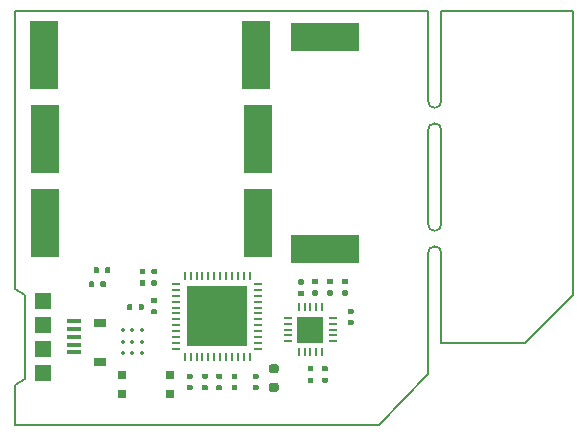
<source format=gbr>
%TF.GenerationSoftware,KiCad,Pcbnew,(6.0.0-rc1-dev-1614-ge850a482d)*%
%TF.CreationDate,2019-02-12T09:03:14-08:00*%
%TF.ProjectId,spriteSAMD,73707269-7465-4534-914d-442e6b696361,rev?*%
%TF.SameCoordinates,Original*%
%TF.FileFunction,Paste,Top*%
%TF.FilePolarity,Positive*%
%FSLAX46Y46*%
G04 Gerber Fmt 4.6, Leading zero omitted, Abs format (unit mm)*
G04 Created by KiCad (PCBNEW (6.0.0-rc1-dev-1614-ge850a482d)) date 2019-02-12 09:03:14*
%MOMM*%
%LPD*%
G04 APERTURE LIST*
%ADD10C,0.150000*%
%ADD11R,2.260600X2.260600*%
%ADD12R,0.152400X0.800100*%
%ADD13R,0.800100X0.152400*%
%ADD14R,1.397600X1.347600*%
%ADD15R,1.197600X0.297600*%
%ADD16C,0.100000*%
%ADD17C,0.437600*%
%ADD18R,1.047600X0.747600*%
%ADD19C,0.722600*%
%ADD20R,2.347600X5.847600*%
%ADD21C,0.339999*%
%ADD22R,5.847600X2.347600*%
%ADD23R,5.097600X5.097600*%
%ADD24R,0.147600X0.697600*%
%ADD25R,0.697600X0.147600*%
%ADD26R,0.747600X0.747600*%
G04 APERTURE END LIST*
D10*
X116701044Y-84099400D02*
G75*
G02X117842556Y-84099400I570756J0D01*
G01*
X117842556Y-81635600D02*
G75*
G02X116701044Y-81635600I-570756J0D01*
G01*
X116701044Y-94513400D02*
G75*
G02X117842556Y-94513400I570756J0D01*
G01*
X117842556Y-92049600D02*
G75*
G02X116701044Y-92049600I-570756J0D01*
G01*
X116700300Y-104775000D02*
X112522000Y-109041600D01*
X117843300Y-84099400D02*
X117843300Y-92049600D01*
X117843300Y-74041000D02*
X117843300Y-81610200D01*
X117843300Y-94513400D02*
X117843300Y-102108000D01*
X116700300Y-104775000D02*
X116700300Y-94538800D01*
X116700300Y-92024200D02*
X116700300Y-84124800D01*
X116700300Y-81635600D02*
X116700300Y-74041000D01*
X124891800Y-102108000D02*
X117856000Y-102108000D01*
X128955800Y-98044000D02*
X124891800Y-102108000D01*
X128955800Y-74041600D02*
X128955800Y-98044000D01*
X117843300Y-74041000D02*
X128955800Y-74041000D01*
X82550000Y-98044000D02*
X81725100Y-97536000D01*
X82550000Y-105156000D02*
X81725100Y-105664000D01*
X81725100Y-105664000D02*
X81725100Y-109041600D01*
X82550000Y-98044000D02*
X82550000Y-105156000D01*
X81725100Y-109041600D02*
X112522000Y-109041600D01*
X116700300Y-74041600D02*
X81725100Y-74041600D01*
X81725100Y-74041600D02*
X81725100Y-97536000D01*
D11*
X106750000Y-100980000D03*
D12*
X105749999Y-99081350D03*
X106250001Y-99081350D03*
X106750000Y-99081350D03*
X107249999Y-99081350D03*
X107750001Y-99081350D03*
D13*
X108648650Y-99979999D03*
X108648650Y-100480001D03*
X108648650Y-100980000D03*
X108648650Y-101479999D03*
X108648650Y-101980001D03*
D12*
X107750001Y-102878650D03*
X107249999Y-102878650D03*
X106750000Y-102878650D03*
X106250001Y-102878650D03*
X105749999Y-102878650D03*
D13*
X104851350Y-101980001D03*
X104851350Y-101479999D03*
X104851350Y-100980000D03*
X104851350Y-100480001D03*
X104851350Y-99979999D03*
D14*
X84074000Y-104650000D03*
X84074000Y-98550000D03*
X84074000Y-102600000D03*
X84074000Y-100600000D03*
D15*
X86749000Y-102900000D03*
X86749000Y-102250000D03*
X86749000Y-101600000D03*
X86749000Y-100950000D03*
X86749000Y-100300000D03*
D16*
G36*
X96665123Y-104706727D02*
G01*
X96675743Y-104708302D01*
X96686157Y-104710911D01*
X96696266Y-104714528D01*
X96705971Y-104719118D01*
X96715179Y-104724637D01*
X96723803Y-104731033D01*
X96731757Y-104738243D01*
X96738967Y-104746197D01*
X96745363Y-104754821D01*
X96750882Y-104764029D01*
X96755472Y-104773734D01*
X96759089Y-104783843D01*
X96761698Y-104794257D01*
X96763273Y-104804877D01*
X96763800Y-104815600D01*
X96763800Y-105034400D01*
X96763273Y-105045123D01*
X96761698Y-105055743D01*
X96759089Y-105066157D01*
X96755472Y-105076266D01*
X96750882Y-105085971D01*
X96745363Y-105095179D01*
X96738967Y-105103803D01*
X96731757Y-105111757D01*
X96723803Y-105118967D01*
X96715179Y-105125363D01*
X96705971Y-105130882D01*
X96696266Y-105135472D01*
X96686157Y-105139089D01*
X96675743Y-105141698D01*
X96665123Y-105143273D01*
X96654400Y-105143800D01*
X96385600Y-105143800D01*
X96374877Y-105143273D01*
X96364257Y-105141698D01*
X96353843Y-105139089D01*
X96343734Y-105135472D01*
X96334029Y-105130882D01*
X96324821Y-105125363D01*
X96316197Y-105118967D01*
X96308243Y-105111757D01*
X96301033Y-105103803D01*
X96294637Y-105095179D01*
X96289118Y-105085971D01*
X96284528Y-105076266D01*
X96280911Y-105066157D01*
X96278302Y-105055743D01*
X96276727Y-105045123D01*
X96276200Y-105034400D01*
X96276200Y-104815600D01*
X96276727Y-104804877D01*
X96278302Y-104794257D01*
X96280911Y-104783843D01*
X96284528Y-104773734D01*
X96289118Y-104764029D01*
X96294637Y-104754821D01*
X96301033Y-104746197D01*
X96308243Y-104738243D01*
X96316197Y-104731033D01*
X96324821Y-104724637D01*
X96334029Y-104719118D01*
X96343734Y-104714528D01*
X96353843Y-104710911D01*
X96364257Y-104708302D01*
X96374877Y-104706727D01*
X96385600Y-104706200D01*
X96654400Y-104706200D01*
X96665123Y-104706727D01*
X96665123Y-104706727D01*
G37*
D17*
X96520000Y-104925000D03*
D16*
G36*
X96665123Y-105676727D02*
G01*
X96675743Y-105678302D01*
X96686157Y-105680911D01*
X96696266Y-105684528D01*
X96705971Y-105689118D01*
X96715179Y-105694637D01*
X96723803Y-105701033D01*
X96731757Y-105708243D01*
X96738967Y-105716197D01*
X96745363Y-105724821D01*
X96750882Y-105734029D01*
X96755472Y-105743734D01*
X96759089Y-105753843D01*
X96761698Y-105764257D01*
X96763273Y-105774877D01*
X96763800Y-105785600D01*
X96763800Y-106004400D01*
X96763273Y-106015123D01*
X96761698Y-106025743D01*
X96759089Y-106036157D01*
X96755472Y-106046266D01*
X96750882Y-106055971D01*
X96745363Y-106065179D01*
X96738967Y-106073803D01*
X96731757Y-106081757D01*
X96723803Y-106088967D01*
X96715179Y-106095363D01*
X96705971Y-106100882D01*
X96696266Y-106105472D01*
X96686157Y-106109089D01*
X96675743Y-106111698D01*
X96665123Y-106113273D01*
X96654400Y-106113800D01*
X96385600Y-106113800D01*
X96374877Y-106113273D01*
X96364257Y-106111698D01*
X96353843Y-106109089D01*
X96343734Y-106105472D01*
X96334029Y-106100882D01*
X96324821Y-106095363D01*
X96316197Y-106088967D01*
X96308243Y-106081757D01*
X96301033Y-106073803D01*
X96294637Y-106065179D01*
X96289118Y-106055971D01*
X96284528Y-106046266D01*
X96280911Y-106036157D01*
X96278302Y-106025743D01*
X96276727Y-106015123D01*
X96276200Y-106004400D01*
X96276200Y-105785600D01*
X96276727Y-105774877D01*
X96278302Y-105764257D01*
X96280911Y-105753843D01*
X96284528Y-105743734D01*
X96289118Y-105734029D01*
X96294637Y-105724821D01*
X96301033Y-105716197D01*
X96308243Y-105708243D01*
X96316197Y-105701033D01*
X96324821Y-105694637D01*
X96334029Y-105689118D01*
X96343734Y-105684528D01*
X96353843Y-105680911D01*
X96364257Y-105678302D01*
X96374877Y-105676727D01*
X96385600Y-105676200D01*
X96654400Y-105676200D01*
X96665123Y-105676727D01*
X96665123Y-105676727D01*
G37*
D17*
X96520000Y-105895000D03*
D18*
X88900000Y-100458000D03*
X88900000Y-103758000D03*
D16*
G36*
X103885637Y-103939490D02*
G01*
X103903173Y-103942091D01*
X103920370Y-103946399D01*
X103937062Y-103952371D01*
X103953088Y-103959951D01*
X103968294Y-103969065D01*
X103982533Y-103979626D01*
X103995669Y-103991531D01*
X104007574Y-104004667D01*
X104018135Y-104018906D01*
X104027249Y-104034112D01*
X104034829Y-104050138D01*
X104040801Y-104066830D01*
X104045109Y-104084027D01*
X104047710Y-104101563D01*
X104048580Y-104119270D01*
X104048580Y-104480570D01*
X104047710Y-104498277D01*
X104045109Y-104515813D01*
X104040801Y-104533010D01*
X104034829Y-104549702D01*
X104027249Y-104565728D01*
X104018135Y-104580934D01*
X104007574Y-104595173D01*
X103995669Y-104608309D01*
X103982533Y-104620214D01*
X103968294Y-104630775D01*
X103953088Y-104639889D01*
X103937062Y-104647469D01*
X103920370Y-104653441D01*
X103903173Y-104657749D01*
X103885637Y-104660350D01*
X103867930Y-104661220D01*
X103431630Y-104661220D01*
X103413923Y-104660350D01*
X103396387Y-104657749D01*
X103379190Y-104653441D01*
X103362498Y-104647469D01*
X103346472Y-104639889D01*
X103331266Y-104630775D01*
X103317027Y-104620214D01*
X103303891Y-104608309D01*
X103291986Y-104595173D01*
X103281425Y-104580934D01*
X103272311Y-104565728D01*
X103264731Y-104549702D01*
X103258759Y-104533010D01*
X103254451Y-104515813D01*
X103251850Y-104498277D01*
X103250980Y-104480570D01*
X103250980Y-104119270D01*
X103251850Y-104101563D01*
X103254451Y-104084027D01*
X103258759Y-104066830D01*
X103264731Y-104050138D01*
X103272311Y-104034112D01*
X103281425Y-104018906D01*
X103291986Y-104004667D01*
X103303891Y-103991531D01*
X103317027Y-103979626D01*
X103331266Y-103969065D01*
X103346472Y-103959951D01*
X103362498Y-103952371D01*
X103379190Y-103946399D01*
X103396387Y-103942091D01*
X103413923Y-103939490D01*
X103431630Y-103938620D01*
X103867930Y-103938620D01*
X103885637Y-103939490D01*
X103885637Y-103939490D01*
G37*
D19*
X103649780Y-104299920D03*
D16*
G36*
X103885637Y-105514490D02*
G01*
X103903173Y-105517091D01*
X103920370Y-105521399D01*
X103937062Y-105527371D01*
X103953088Y-105534951D01*
X103968294Y-105544065D01*
X103982533Y-105554626D01*
X103995669Y-105566531D01*
X104007574Y-105579667D01*
X104018135Y-105593906D01*
X104027249Y-105609112D01*
X104034829Y-105625138D01*
X104040801Y-105641830D01*
X104045109Y-105659027D01*
X104047710Y-105676563D01*
X104048580Y-105694270D01*
X104048580Y-106055570D01*
X104047710Y-106073277D01*
X104045109Y-106090813D01*
X104040801Y-106108010D01*
X104034829Y-106124702D01*
X104027249Y-106140728D01*
X104018135Y-106155934D01*
X104007574Y-106170173D01*
X103995669Y-106183309D01*
X103982533Y-106195214D01*
X103968294Y-106205775D01*
X103953088Y-106214889D01*
X103937062Y-106222469D01*
X103920370Y-106228441D01*
X103903173Y-106232749D01*
X103885637Y-106235350D01*
X103867930Y-106236220D01*
X103431630Y-106236220D01*
X103413923Y-106235350D01*
X103396387Y-106232749D01*
X103379190Y-106228441D01*
X103362498Y-106222469D01*
X103346472Y-106214889D01*
X103331266Y-106205775D01*
X103317027Y-106195214D01*
X103303891Y-106183309D01*
X103291986Y-106170173D01*
X103281425Y-106155934D01*
X103272311Y-106140728D01*
X103264731Y-106124702D01*
X103258759Y-106108010D01*
X103254451Y-106090813D01*
X103251850Y-106073277D01*
X103250980Y-106055570D01*
X103250980Y-105694270D01*
X103251850Y-105676563D01*
X103254451Y-105659027D01*
X103258759Y-105641830D01*
X103264731Y-105625138D01*
X103272311Y-105609112D01*
X103281425Y-105593906D01*
X103291986Y-105579667D01*
X103303891Y-105566531D01*
X103317027Y-105554626D01*
X103331266Y-105544065D01*
X103346472Y-105534951D01*
X103362498Y-105527371D01*
X103379190Y-105521399D01*
X103396387Y-105517091D01*
X103413923Y-105514490D01*
X103431630Y-105513620D01*
X103867930Y-105513620D01*
X103885637Y-105514490D01*
X103885637Y-105514490D01*
G37*
D19*
X103649780Y-105874920D03*
D20*
X84268000Y-91948000D03*
X102268000Y-91948000D03*
D21*
X92453361Y-100998782D03*
X92453361Y-101998780D03*
X92453361Y-102998781D03*
X91653363Y-100998782D03*
X91653360Y-101998780D03*
X91653363Y-102998781D03*
X90853362Y-100998782D03*
X90853362Y-101998780D03*
X90853362Y-102998781D03*
D22*
X107942380Y-94205100D03*
X107942380Y-76205100D03*
D20*
X102168000Y-77724000D03*
X84168000Y-77724000D03*
X84268000Y-84836000D03*
X102268000Y-84836000D03*
D23*
X98856800Y-99872800D03*
D24*
X101606800Y-103322800D03*
X101106800Y-103322800D03*
X100606800Y-103322800D03*
X100106800Y-103322800D03*
X99606800Y-103322800D03*
X99106800Y-103322800D03*
X98606800Y-103322800D03*
X98106800Y-103322800D03*
X97606800Y-103322800D03*
X97106800Y-103322800D03*
X96606800Y-103322800D03*
X96106800Y-103322800D03*
D25*
X95406800Y-102622800D03*
X95406800Y-102122800D03*
X95406800Y-101622800D03*
X95406800Y-101122800D03*
X95406800Y-100622800D03*
X95406800Y-100122800D03*
X95406800Y-99622800D03*
X95406800Y-99122800D03*
X95406800Y-98622800D03*
X95406800Y-98122800D03*
X95406800Y-97622800D03*
X95406800Y-97122800D03*
D24*
X96106800Y-96422800D03*
X96606800Y-96422800D03*
X97106800Y-96422800D03*
X97606800Y-96422800D03*
X98106800Y-96422800D03*
X98606800Y-96422800D03*
X99106800Y-96422800D03*
X99606800Y-96422800D03*
X100106800Y-96422800D03*
X100606800Y-96422800D03*
X101106800Y-96422800D03*
X101606800Y-96422800D03*
D25*
X102306800Y-97122800D03*
X102306800Y-97622800D03*
X102306800Y-98122800D03*
X102306800Y-98622800D03*
X102306800Y-99122800D03*
X102306800Y-99622800D03*
X102306800Y-100122800D03*
X102306800Y-100622800D03*
X102306800Y-101122800D03*
X102306800Y-101622800D03*
X102306800Y-102122800D03*
X102306800Y-102622800D03*
D16*
G36*
X97955443Y-104706727D02*
G01*
X97966063Y-104708302D01*
X97976477Y-104710911D01*
X97986586Y-104714528D01*
X97996291Y-104719118D01*
X98005499Y-104724637D01*
X98014123Y-104731033D01*
X98022077Y-104738243D01*
X98029287Y-104746197D01*
X98035683Y-104754821D01*
X98041202Y-104764029D01*
X98045792Y-104773734D01*
X98049409Y-104783843D01*
X98052018Y-104794257D01*
X98053593Y-104804877D01*
X98054120Y-104815600D01*
X98054120Y-105034400D01*
X98053593Y-105045123D01*
X98052018Y-105055743D01*
X98049409Y-105066157D01*
X98045792Y-105076266D01*
X98041202Y-105085971D01*
X98035683Y-105095179D01*
X98029287Y-105103803D01*
X98022077Y-105111757D01*
X98014123Y-105118967D01*
X98005499Y-105125363D01*
X97996291Y-105130882D01*
X97986586Y-105135472D01*
X97976477Y-105139089D01*
X97966063Y-105141698D01*
X97955443Y-105143273D01*
X97944720Y-105143800D01*
X97675920Y-105143800D01*
X97665197Y-105143273D01*
X97654577Y-105141698D01*
X97644163Y-105139089D01*
X97634054Y-105135472D01*
X97624349Y-105130882D01*
X97615141Y-105125363D01*
X97606517Y-105118967D01*
X97598563Y-105111757D01*
X97591353Y-105103803D01*
X97584957Y-105095179D01*
X97579438Y-105085971D01*
X97574848Y-105076266D01*
X97571231Y-105066157D01*
X97568622Y-105055743D01*
X97567047Y-105045123D01*
X97566520Y-105034400D01*
X97566520Y-104815600D01*
X97567047Y-104804877D01*
X97568622Y-104794257D01*
X97571231Y-104783843D01*
X97574848Y-104773734D01*
X97579438Y-104764029D01*
X97584957Y-104754821D01*
X97591353Y-104746197D01*
X97598563Y-104738243D01*
X97606517Y-104731033D01*
X97615141Y-104724637D01*
X97624349Y-104719118D01*
X97634054Y-104714528D01*
X97644163Y-104710911D01*
X97654577Y-104708302D01*
X97665197Y-104706727D01*
X97675920Y-104706200D01*
X97944720Y-104706200D01*
X97955443Y-104706727D01*
X97955443Y-104706727D01*
G37*
D17*
X97810320Y-104925000D03*
D16*
G36*
X97955443Y-105676727D02*
G01*
X97966063Y-105678302D01*
X97976477Y-105680911D01*
X97986586Y-105684528D01*
X97996291Y-105689118D01*
X98005499Y-105694637D01*
X98014123Y-105701033D01*
X98022077Y-105708243D01*
X98029287Y-105716197D01*
X98035683Y-105724821D01*
X98041202Y-105734029D01*
X98045792Y-105743734D01*
X98049409Y-105753843D01*
X98052018Y-105764257D01*
X98053593Y-105774877D01*
X98054120Y-105785600D01*
X98054120Y-106004400D01*
X98053593Y-106015123D01*
X98052018Y-106025743D01*
X98049409Y-106036157D01*
X98045792Y-106046266D01*
X98041202Y-106055971D01*
X98035683Y-106065179D01*
X98029287Y-106073803D01*
X98022077Y-106081757D01*
X98014123Y-106088967D01*
X98005499Y-106095363D01*
X97996291Y-106100882D01*
X97986586Y-106105472D01*
X97976477Y-106109089D01*
X97966063Y-106111698D01*
X97955443Y-106113273D01*
X97944720Y-106113800D01*
X97675920Y-106113800D01*
X97665197Y-106113273D01*
X97654577Y-106111698D01*
X97644163Y-106109089D01*
X97634054Y-106105472D01*
X97624349Y-106100882D01*
X97615141Y-106095363D01*
X97606517Y-106088967D01*
X97598563Y-106081757D01*
X97591353Y-106073803D01*
X97584957Y-106065179D01*
X97579438Y-106055971D01*
X97574848Y-106046266D01*
X97571231Y-106036157D01*
X97568622Y-106025743D01*
X97567047Y-106015123D01*
X97566520Y-106004400D01*
X97566520Y-105785600D01*
X97567047Y-105774877D01*
X97568622Y-105764257D01*
X97571231Y-105753843D01*
X97574848Y-105743734D01*
X97579438Y-105734029D01*
X97584957Y-105724821D01*
X97591353Y-105716197D01*
X97598563Y-105708243D01*
X97606517Y-105701033D01*
X97615141Y-105694637D01*
X97624349Y-105689118D01*
X97634054Y-105684528D01*
X97644163Y-105680911D01*
X97654577Y-105678302D01*
X97665197Y-105676727D01*
X97675920Y-105676200D01*
X97944720Y-105676200D01*
X97955443Y-105676727D01*
X97955443Y-105676727D01*
G37*
D17*
X97810320Y-105895000D03*
D16*
G36*
X99154323Y-104719427D02*
G01*
X99164943Y-104721002D01*
X99175357Y-104723611D01*
X99185466Y-104727228D01*
X99195171Y-104731818D01*
X99204379Y-104737337D01*
X99213003Y-104743733D01*
X99220957Y-104750943D01*
X99228167Y-104758897D01*
X99234563Y-104767521D01*
X99240082Y-104776729D01*
X99244672Y-104786434D01*
X99248289Y-104796543D01*
X99250898Y-104806957D01*
X99252473Y-104817577D01*
X99253000Y-104828300D01*
X99253000Y-105047100D01*
X99252473Y-105057823D01*
X99250898Y-105068443D01*
X99248289Y-105078857D01*
X99244672Y-105088966D01*
X99240082Y-105098671D01*
X99234563Y-105107879D01*
X99228167Y-105116503D01*
X99220957Y-105124457D01*
X99213003Y-105131667D01*
X99204379Y-105138063D01*
X99195171Y-105143582D01*
X99185466Y-105148172D01*
X99175357Y-105151789D01*
X99164943Y-105154398D01*
X99154323Y-105155973D01*
X99143600Y-105156500D01*
X98874800Y-105156500D01*
X98864077Y-105155973D01*
X98853457Y-105154398D01*
X98843043Y-105151789D01*
X98832934Y-105148172D01*
X98823229Y-105143582D01*
X98814021Y-105138063D01*
X98805397Y-105131667D01*
X98797443Y-105124457D01*
X98790233Y-105116503D01*
X98783837Y-105107879D01*
X98778318Y-105098671D01*
X98773728Y-105088966D01*
X98770111Y-105078857D01*
X98767502Y-105068443D01*
X98765927Y-105057823D01*
X98765400Y-105047100D01*
X98765400Y-104828300D01*
X98765927Y-104817577D01*
X98767502Y-104806957D01*
X98770111Y-104796543D01*
X98773728Y-104786434D01*
X98778318Y-104776729D01*
X98783837Y-104767521D01*
X98790233Y-104758897D01*
X98797443Y-104750943D01*
X98805397Y-104743733D01*
X98814021Y-104737337D01*
X98823229Y-104731818D01*
X98832934Y-104727228D01*
X98843043Y-104723611D01*
X98853457Y-104721002D01*
X98864077Y-104719427D01*
X98874800Y-104718900D01*
X99143600Y-104718900D01*
X99154323Y-104719427D01*
X99154323Y-104719427D01*
G37*
D17*
X99009200Y-104937700D03*
D16*
G36*
X99154323Y-105689427D02*
G01*
X99164943Y-105691002D01*
X99175357Y-105693611D01*
X99185466Y-105697228D01*
X99195171Y-105701818D01*
X99204379Y-105707337D01*
X99213003Y-105713733D01*
X99220957Y-105720943D01*
X99228167Y-105728897D01*
X99234563Y-105737521D01*
X99240082Y-105746729D01*
X99244672Y-105756434D01*
X99248289Y-105766543D01*
X99250898Y-105776957D01*
X99252473Y-105787577D01*
X99253000Y-105798300D01*
X99253000Y-106017100D01*
X99252473Y-106027823D01*
X99250898Y-106038443D01*
X99248289Y-106048857D01*
X99244672Y-106058966D01*
X99240082Y-106068671D01*
X99234563Y-106077879D01*
X99228167Y-106086503D01*
X99220957Y-106094457D01*
X99213003Y-106101667D01*
X99204379Y-106108063D01*
X99195171Y-106113582D01*
X99185466Y-106118172D01*
X99175357Y-106121789D01*
X99164943Y-106124398D01*
X99154323Y-106125973D01*
X99143600Y-106126500D01*
X98874800Y-106126500D01*
X98864077Y-106125973D01*
X98853457Y-106124398D01*
X98843043Y-106121789D01*
X98832934Y-106118172D01*
X98823229Y-106113582D01*
X98814021Y-106108063D01*
X98805397Y-106101667D01*
X98797443Y-106094457D01*
X98790233Y-106086503D01*
X98783837Y-106077879D01*
X98778318Y-106068671D01*
X98773728Y-106058966D01*
X98770111Y-106048857D01*
X98767502Y-106038443D01*
X98765927Y-106027823D01*
X98765400Y-106017100D01*
X98765400Y-105798300D01*
X98765927Y-105787577D01*
X98767502Y-105776957D01*
X98770111Y-105766543D01*
X98773728Y-105756434D01*
X98778318Y-105746729D01*
X98783837Y-105737521D01*
X98790233Y-105728897D01*
X98797443Y-105720943D01*
X98805397Y-105713733D01*
X98814021Y-105707337D01*
X98823229Y-105701818D01*
X98832934Y-105697228D01*
X98843043Y-105693611D01*
X98853457Y-105691002D01*
X98864077Y-105689427D01*
X98874800Y-105688900D01*
X99143600Y-105688900D01*
X99154323Y-105689427D01*
X99154323Y-105689427D01*
G37*
D17*
X99009200Y-105907700D03*
D16*
G36*
X100464963Y-104706727D02*
G01*
X100475583Y-104708302D01*
X100485997Y-104710911D01*
X100496106Y-104714528D01*
X100505811Y-104719118D01*
X100515019Y-104724637D01*
X100523643Y-104731033D01*
X100531597Y-104738243D01*
X100538807Y-104746197D01*
X100545203Y-104754821D01*
X100550722Y-104764029D01*
X100555312Y-104773734D01*
X100558929Y-104783843D01*
X100561538Y-104794257D01*
X100563113Y-104804877D01*
X100563640Y-104815600D01*
X100563640Y-105034400D01*
X100563113Y-105045123D01*
X100561538Y-105055743D01*
X100558929Y-105066157D01*
X100555312Y-105076266D01*
X100550722Y-105085971D01*
X100545203Y-105095179D01*
X100538807Y-105103803D01*
X100531597Y-105111757D01*
X100523643Y-105118967D01*
X100515019Y-105125363D01*
X100505811Y-105130882D01*
X100496106Y-105135472D01*
X100485997Y-105139089D01*
X100475583Y-105141698D01*
X100464963Y-105143273D01*
X100454240Y-105143800D01*
X100185440Y-105143800D01*
X100174717Y-105143273D01*
X100164097Y-105141698D01*
X100153683Y-105139089D01*
X100143574Y-105135472D01*
X100133869Y-105130882D01*
X100124661Y-105125363D01*
X100116037Y-105118967D01*
X100108083Y-105111757D01*
X100100873Y-105103803D01*
X100094477Y-105095179D01*
X100088958Y-105085971D01*
X100084368Y-105076266D01*
X100080751Y-105066157D01*
X100078142Y-105055743D01*
X100076567Y-105045123D01*
X100076040Y-105034400D01*
X100076040Y-104815600D01*
X100076567Y-104804877D01*
X100078142Y-104794257D01*
X100080751Y-104783843D01*
X100084368Y-104773734D01*
X100088958Y-104764029D01*
X100094477Y-104754821D01*
X100100873Y-104746197D01*
X100108083Y-104738243D01*
X100116037Y-104731033D01*
X100124661Y-104724637D01*
X100133869Y-104719118D01*
X100143574Y-104714528D01*
X100153683Y-104710911D01*
X100164097Y-104708302D01*
X100174717Y-104706727D01*
X100185440Y-104706200D01*
X100454240Y-104706200D01*
X100464963Y-104706727D01*
X100464963Y-104706727D01*
G37*
D17*
X100319840Y-104925000D03*
D16*
G36*
X100464963Y-105676727D02*
G01*
X100475583Y-105678302D01*
X100485997Y-105680911D01*
X100496106Y-105684528D01*
X100505811Y-105689118D01*
X100515019Y-105694637D01*
X100523643Y-105701033D01*
X100531597Y-105708243D01*
X100538807Y-105716197D01*
X100545203Y-105724821D01*
X100550722Y-105734029D01*
X100555312Y-105743734D01*
X100558929Y-105753843D01*
X100561538Y-105764257D01*
X100563113Y-105774877D01*
X100563640Y-105785600D01*
X100563640Y-106004400D01*
X100563113Y-106015123D01*
X100561538Y-106025743D01*
X100558929Y-106036157D01*
X100555312Y-106046266D01*
X100550722Y-106055971D01*
X100545203Y-106065179D01*
X100538807Y-106073803D01*
X100531597Y-106081757D01*
X100523643Y-106088967D01*
X100515019Y-106095363D01*
X100505811Y-106100882D01*
X100496106Y-106105472D01*
X100485997Y-106109089D01*
X100475583Y-106111698D01*
X100464963Y-106113273D01*
X100454240Y-106113800D01*
X100185440Y-106113800D01*
X100174717Y-106113273D01*
X100164097Y-106111698D01*
X100153683Y-106109089D01*
X100143574Y-106105472D01*
X100133869Y-106100882D01*
X100124661Y-106095363D01*
X100116037Y-106088967D01*
X100108083Y-106081757D01*
X100100873Y-106073803D01*
X100094477Y-106065179D01*
X100088958Y-106055971D01*
X100084368Y-106046266D01*
X100080751Y-106036157D01*
X100078142Y-106025743D01*
X100076567Y-106015123D01*
X100076040Y-106004400D01*
X100076040Y-105785600D01*
X100076567Y-105774877D01*
X100078142Y-105764257D01*
X100080751Y-105753843D01*
X100084368Y-105743734D01*
X100088958Y-105734029D01*
X100094477Y-105724821D01*
X100100873Y-105716197D01*
X100108083Y-105708243D01*
X100116037Y-105701033D01*
X100124661Y-105694637D01*
X100133869Y-105689118D01*
X100143574Y-105684528D01*
X100153683Y-105680911D01*
X100164097Y-105678302D01*
X100174717Y-105676727D01*
X100185440Y-105676200D01*
X100454240Y-105676200D01*
X100464963Y-105676727D01*
X100464963Y-105676727D01*
G37*
D17*
X100319840Y-105895000D03*
D16*
G36*
X88337003Y-96909187D02*
G01*
X88347623Y-96910762D01*
X88358037Y-96913371D01*
X88368146Y-96916988D01*
X88377851Y-96921578D01*
X88387059Y-96927097D01*
X88395683Y-96933493D01*
X88403637Y-96940703D01*
X88410847Y-96948657D01*
X88417243Y-96957281D01*
X88422762Y-96966489D01*
X88427352Y-96976194D01*
X88430969Y-96986303D01*
X88433578Y-96996717D01*
X88435153Y-97007337D01*
X88435680Y-97018060D01*
X88435680Y-97286860D01*
X88435153Y-97297583D01*
X88433578Y-97308203D01*
X88430969Y-97318617D01*
X88427352Y-97328726D01*
X88422762Y-97338431D01*
X88417243Y-97347639D01*
X88410847Y-97356263D01*
X88403637Y-97364217D01*
X88395683Y-97371427D01*
X88387059Y-97377823D01*
X88377851Y-97383342D01*
X88368146Y-97387932D01*
X88358037Y-97391549D01*
X88347623Y-97394158D01*
X88337003Y-97395733D01*
X88326280Y-97396260D01*
X88107480Y-97396260D01*
X88096757Y-97395733D01*
X88086137Y-97394158D01*
X88075723Y-97391549D01*
X88065614Y-97387932D01*
X88055909Y-97383342D01*
X88046701Y-97377823D01*
X88038077Y-97371427D01*
X88030123Y-97364217D01*
X88022913Y-97356263D01*
X88016517Y-97347639D01*
X88010998Y-97338431D01*
X88006408Y-97328726D01*
X88002791Y-97318617D01*
X88000182Y-97308203D01*
X87998607Y-97297583D01*
X87998080Y-97286860D01*
X87998080Y-97018060D01*
X87998607Y-97007337D01*
X88000182Y-96996717D01*
X88002791Y-96986303D01*
X88006408Y-96976194D01*
X88010998Y-96966489D01*
X88016517Y-96957281D01*
X88022913Y-96948657D01*
X88030123Y-96940703D01*
X88038077Y-96933493D01*
X88046701Y-96927097D01*
X88055909Y-96921578D01*
X88065614Y-96916988D01*
X88075723Y-96913371D01*
X88086137Y-96910762D01*
X88096757Y-96909187D01*
X88107480Y-96908660D01*
X88326280Y-96908660D01*
X88337003Y-96909187D01*
X88337003Y-96909187D01*
G37*
D17*
X88216880Y-97152460D03*
D16*
G36*
X89307003Y-96909187D02*
G01*
X89317623Y-96910762D01*
X89328037Y-96913371D01*
X89338146Y-96916988D01*
X89347851Y-96921578D01*
X89357059Y-96927097D01*
X89365683Y-96933493D01*
X89373637Y-96940703D01*
X89380847Y-96948657D01*
X89387243Y-96957281D01*
X89392762Y-96966489D01*
X89397352Y-96976194D01*
X89400969Y-96986303D01*
X89403578Y-96996717D01*
X89405153Y-97007337D01*
X89405680Y-97018060D01*
X89405680Y-97286860D01*
X89405153Y-97297583D01*
X89403578Y-97308203D01*
X89400969Y-97318617D01*
X89397352Y-97328726D01*
X89392762Y-97338431D01*
X89387243Y-97347639D01*
X89380847Y-97356263D01*
X89373637Y-97364217D01*
X89365683Y-97371427D01*
X89357059Y-97377823D01*
X89347851Y-97383342D01*
X89338146Y-97387932D01*
X89328037Y-97391549D01*
X89317623Y-97394158D01*
X89307003Y-97395733D01*
X89296280Y-97396260D01*
X89077480Y-97396260D01*
X89066757Y-97395733D01*
X89056137Y-97394158D01*
X89045723Y-97391549D01*
X89035614Y-97387932D01*
X89025909Y-97383342D01*
X89016701Y-97377823D01*
X89008077Y-97371427D01*
X89000123Y-97364217D01*
X88992913Y-97356263D01*
X88986517Y-97347639D01*
X88980998Y-97338431D01*
X88976408Y-97328726D01*
X88972791Y-97318617D01*
X88970182Y-97308203D01*
X88968607Y-97297583D01*
X88968080Y-97286860D01*
X88968080Y-97018060D01*
X88968607Y-97007337D01*
X88970182Y-96996717D01*
X88972791Y-96986303D01*
X88976408Y-96976194D01*
X88980998Y-96966489D01*
X88986517Y-96957281D01*
X88992913Y-96948657D01*
X89000123Y-96940703D01*
X89008077Y-96933493D01*
X89016701Y-96927097D01*
X89025909Y-96921578D01*
X89035614Y-96916988D01*
X89045723Y-96913371D01*
X89056137Y-96910762D01*
X89066757Y-96909187D01*
X89077480Y-96908660D01*
X89296280Y-96908660D01*
X89307003Y-96909187D01*
X89307003Y-96909187D01*
G37*
D17*
X89186880Y-97152460D03*
D16*
G36*
X93619923Y-96784727D02*
G01*
X93630543Y-96786302D01*
X93640957Y-96788911D01*
X93651066Y-96792528D01*
X93660771Y-96797118D01*
X93669979Y-96802637D01*
X93678603Y-96809033D01*
X93686557Y-96816243D01*
X93693767Y-96824197D01*
X93700163Y-96832821D01*
X93705682Y-96842029D01*
X93710272Y-96851734D01*
X93713889Y-96861843D01*
X93716498Y-96872257D01*
X93718073Y-96882877D01*
X93718600Y-96893600D01*
X93718600Y-97162400D01*
X93718073Y-97173123D01*
X93716498Y-97183743D01*
X93713889Y-97194157D01*
X93710272Y-97204266D01*
X93705682Y-97213971D01*
X93700163Y-97223179D01*
X93693767Y-97231803D01*
X93686557Y-97239757D01*
X93678603Y-97246967D01*
X93669979Y-97253363D01*
X93660771Y-97258882D01*
X93651066Y-97263472D01*
X93640957Y-97267089D01*
X93630543Y-97269698D01*
X93619923Y-97271273D01*
X93609200Y-97271800D01*
X93390400Y-97271800D01*
X93379677Y-97271273D01*
X93369057Y-97269698D01*
X93358643Y-97267089D01*
X93348534Y-97263472D01*
X93338829Y-97258882D01*
X93329621Y-97253363D01*
X93320997Y-97246967D01*
X93313043Y-97239757D01*
X93305833Y-97231803D01*
X93299437Y-97223179D01*
X93293918Y-97213971D01*
X93289328Y-97204266D01*
X93285711Y-97194157D01*
X93283102Y-97183743D01*
X93281527Y-97173123D01*
X93281000Y-97162400D01*
X93281000Y-96893600D01*
X93281527Y-96882877D01*
X93283102Y-96872257D01*
X93285711Y-96861843D01*
X93289328Y-96851734D01*
X93293918Y-96842029D01*
X93299437Y-96832821D01*
X93305833Y-96824197D01*
X93313043Y-96816243D01*
X93320997Y-96809033D01*
X93329621Y-96802637D01*
X93338829Y-96797118D01*
X93348534Y-96792528D01*
X93358643Y-96788911D01*
X93369057Y-96786302D01*
X93379677Y-96784727D01*
X93390400Y-96784200D01*
X93609200Y-96784200D01*
X93619923Y-96784727D01*
X93619923Y-96784727D01*
G37*
D17*
X93499800Y-97028000D03*
D16*
G36*
X92649923Y-96784727D02*
G01*
X92660543Y-96786302D01*
X92670957Y-96788911D01*
X92681066Y-96792528D01*
X92690771Y-96797118D01*
X92699979Y-96802637D01*
X92708603Y-96809033D01*
X92716557Y-96816243D01*
X92723767Y-96824197D01*
X92730163Y-96832821D01*
X92735682Y-96842029D01*
X92740272Y-96851734D01*
X92743889Y-96861843D01*
X92746498Y-96872257D01*
X92748073Y-96882877D01*
X92748600Y-96893600D01*
X92748600Y-97162400D01*
X92748073Y-97173123D01*
X92746498Y-97183743D01*
X92743889Y-97194157D01*
X92740272Y-97204266D01*
X92735682Y-97213971D01*
X92730163Y-97223179D01*
X92723767Y-97231803D01*
X92716557Y-97239757D01*
X92708603Y-97246967D01*
X92699979Y-97253363D01*
X92690771Y-97258882D01*
X92681066Y-97263472D01*
X92670957Y-97267089D01*
X92660543Y-97269698D01*
X92649923Y-97271273D01*
X92639200Y-97271800D01*
X92420400Y-97271800D01*
X92409677Y-97271273D01*
X92399057Y-97269698D01*
X92388643Y-97267089D01*
X92378534Y-97263472D01*
X92368829Y-97258882D01*
X92359621Y-97253363D01*
X92350997Y-97246967D01*
X92343043Y-97239757D01*
X92335833Y-97231803D01*
X92329437Y-97223179D01*
X92323918Y-97213971D01*
X92319328Y-97204266D01*
X92315711Y-97194157D01*
X92313102Y-97183743D01*
X92311527Y-97173123D01*
X92311000Y-97162400D01*
X92311000Y-96893600D01*
X92311527Y-96882877D01*
X92313102Y-96872257D01*
X92315711Y-96861843D01*
X92319328Y-96851734D01*
X92323918Y-96842029D01*
X92329437Y-96832821D01*
X92335833Y-96824197D01*
X92343043Y-96816243D01*
X92350997Y-96809033D01*
X92359621Y-96802637D01*
X92368829Y-96797118D01*
X92378534Y-96792528D01*
X92388643Y-96788911D01*
X92399057Y-96786302D01*
X92409677Y-96784727D01*
X92420400Y-96784200D01*
X92639200Y-96784200D01*
X92649923Y-96784727D01*
X92649923Y-96784727D01*
G37*
D17*
X92529800Y-97028000D03*
D16*
G36*
X93627543Y-95822067D02*
G01*
X93638163Y-95823642D01*
X93648577Y-95826251D01*
X93658686Y-95829868D01*
X93668391Y-95834458D01*
X93677599Y-95839977D01*
X93686223Y-95846373D01*
X93694177Y-95853583D01*
X93701387Y-95861537D01*
X93707783Y-95870161D01*
X93713302Y-95879369D01*
X93717892Y-95889074D01*
X93721509Y-95899183D01*
X93724118Y-95909597D01*
X93725693Y-95920217D01*
X93726220Y-95930940D01*
X93726220Y-96199740D01*
X93725693Y-96210463D01*
X93724118Y-96221083D01*
X93721509Y-96231497D01*
X93717892Y-96241606D01*
X93713302Y-96251311D01*
X93707783Y-96260519D01*
X93701387Y-96269143D01*
X93694177Y-96277097D01*
X93686223Y-96284307D01*
X93677599Y-96290703D01*
X93668391Y-96296222D01*
X93658686Y-96300812D01*
X93648577Y-96304429D01*
X93638163Y-96307038D01*
X93627543Y-96308613D01*
X93616820Y-96309140D01*
X93398020Y-96309140D01*
X93387297Y-96308613D01*
X93376677Y-96307038D01*
X93366263Y-96304429D01*
X93356154Y-96300812D01*
X93346449Y-96296222D01*
X93337241Y-96290703D01*
X93328617Y-96284307D01*
X93320663Y-96277097D01*
X93313453Y-96269143D01*
X93307057Y-96260519D01*
X93301538Y-96251311D01*
X93296948Y-96241606D01*
X93293331Y-96231497D01*
X93290722Y-96221083D01*
X93289147Y-96210463D01*
X93288620Y-96199740D01*
X93288620Y-95930940D01*
X93289147Y-95920217D01*
X93290722Y-95909597D01*
X93293331Y-95899183D01*
X93296948Y-95889074D01*
X93301538Y-95879369D01*
X93307057Y-95870161D01*
X93313453Y-95861537D01*
X93320663Y-95853583D01*
X93328617Y-95846373D01*
X93337241Y-95839977D01*
X93346449Y-95834458D01*
X93356154Y-95829868D01*
X93366263Y-95826251D01*
X93376677Y-95823642D01*
X93387297Y-95822067D01*
X93398020Y-95821540D01*
X93616820Y-95821540D01*
X93627543Y-95822067D01*
X93627543Y-95822067D01*
G37*
D17*
X93507420Y-96065340D03*
D16*
G36*
X92657543Y-95822067D02*
G01*
X92668163Y-95823642D01*
X92678577Y-95826251D01*
X92688686Y-95829868D01*
X92698391Y-95834458D01*
X92707599Y-95839977D01*
X92716223Y-95846373D01*
X92724177Y-95853583D01*
X92731387Y-95861537D01*
X92737783Y-95870161D01*
X92743302Y-95879369D01*
X92747892Y-95889074D01*
X92751509Y-95899183D01*
X92754118Y-95909597D01*
X92755693Y-95920217D01*
X92756220Y-95930940D01*
X92756220Y-96199740D01*
X92755693Y-96210463D01*
X92754118Y-96221083D01*
X92751509Y-96231497D01*
X92747892Y-96241606D01*
X92743302Y-96251311D01*
X92737783Y-96260519D01*
X92731387Y-96269143D01*
X92724177Y-96277097D01*
X92716223Y-96284307D01*
X92707599Y-96290703D01*
X92698391Y-96296222D01*
X92688686Y-96300812D01*
X92678577Y-96304429D01*
X92668163Y-96307038D01*
X92657543Y-96308613D01*
X92646820Y-96309140D01*
X92428020Y-96309140D01*
X92417297Y-96308613D01*
X92406677Y-96307038D01*
X92396263Y-96304429D01*
X92386154Y-96300812D01*
X92376449Y-96296222D01*
X92367241Y-96290703D01*
X92358617Y-96284307D01*
X92350663Y-96277097D01*
X92343453Y-96269143D01*
X92337057Y-96260519D01*
X92331538Y-96251311D01*
X92326948Y-96241606D01*
X92323331Y-96231497D01*
X92320722Y-96221083D01*
X92319147Y-96210463D01*
X92318620Y-96199740D01*
X92318620Y-95930940D01*
X92319147Y-95920217D01*
X92320722Y-95909597D01*
X92323331Y-95899183D01*
X92326948Y-95889074D01*
X92331538Y-95879369D01*
X92337057Y-95870161D01*
X92343453Y-95861537D01*
X92350663Y-95853583D01*
X92358617Y-95846373D01*
X92367241Y-95839977D01*
X92376449Y-95834458D01*
X92386154Y-95829868D01*
X92396263Y-95826251D01*
X92406677Y-95823642D01*
X92417297Y-95822067D01*
X92428020Y-95821540D01*
X92646820Y-95821540D01*
X92657543Y-95822067D01*
X92657543Y-95822067D01*
G37*
D17*
X92537420Y-96065340D03*
D16*
G36*
X88733243Y-95715387D02*
G01*
X88743863Y-95716962D01*
X88754277Y-95719571D01*
X88764386Y-95723188D01*
X88774091Y-95727778D01*
X88783299Y-95733297D01*
X88791923Y-95739693D01*
X88799877Y-95746903D01*
X88807087Y-95754857D01*
X88813483Y-95763481D01*
X88819002Y-95772689D01*
X88823592Y-95782394D01*
X88827209Y-95792503D01*
X88829818Y-95802917D01*
X88831393Y-95813537D01*
X88831920Y-95824260D01*
X88831920Y-96093060D01*
X88831393Y-96103783D01*
X88829818Y-96114403D01*
X88827209Y-96124817D01*
X88823592Y-96134926D01*
X88819002Y-96144631D01*
X88813483Y-96153839D01*
X88807087Y-96162463D01*
X88799877Y-96170417D01*
X88791923Y-96177627D01*
X88783299Y-96184023D01*
X88774091Y-96189542D01*
X88764386Y-96194132D01*
X88754277Y-96197749D01*
X88743863Y-96200358D01*
X88733243Y-96201933D01*
X88722520Y-96202460D01*
X88503720Y-96202460D01*
X88492997Y-96201933D01*
X88482377Y-96200358D01*
X88471963Y-96197749D01*
X88461854Y-96194132D01*
X88452149Y-96189542D01*
X88442941Y-96184023D01*
X88434317Y-96177627D01*
X88426363Y-96170417D01*
X88419153Y-96162463D01*
X88412757Y-96153839D01*
X88407238Y-96144631D01*
X88402648Y-96134926D01*
X88399031Y-96124817D01*
X88396422Y-96114403D01*
X88394847Y-96103783D01*
X88394320Y-96093060D01*
X88394320Y-95824260D01*
X88394847Y-95813537D01*
X88396422Y-95802917D01*
X88399031Y-95792503D01*
X88402648Y-95782394D01*
X88407238Y-95772689D01*
X88412757Y-95763481D01*
X88419153Y-95754857D01*
X88426363Y-95746903D01*
X88434317Y-95739693D01*
X88442941Y-95733297D01*
X88452149Y-95727778D01*
X88461854Y-95723188D01*
X88471963Y-95719571D01*
X88482377Y-95716962D01*
X88492997Y-95715387D01*
X88503720Y-95714860D01*
X88722520Y-95714860D01*
X88733243Y-95715387D01*
X88733243Y-95715387D01*
G37*
D17*
X88613120Y-95958660D03*
D16*
G36*
X89703243Y-95715387D02*
G01*
X89713863Y-95716962D01*
X89724277Y-95719571D01*
X89734386Y-95723188D01*
X89744091Y-95727778D01*
X89753299Y-95733297D01*
X89761923Y-95739693D01*
X89769877Y-95746903D01*
X89777087Y-95754857D01*
X89783483Y-95763481D01*
X89789002Y-95772689D01*
X89793592Y-95782394D01*
X89797209Y-95792503D01*
X89799818Y-95802917D01*
X89801393Y-95813537D01*
X89801920Y-95824260D01*
X89801920Y-96093060D01*
X89801393Y-96103783D01*
X89799818Y-96114403D01*
X89797209Y-96124817D01*
X89793592Y-96134926D01*
X89789002Y-96144631D01*
X89783483Y-96153839D01*
X89777087Y-96162463D01*
X89769877Y-96170417D01*
X89761923Y-96177627D01*
X89753299Y-96184023D01*
X89744091Y-96189542D01*
X89734386Y-96194132D01*
X89724277Y-96197749D01*
X89713863Y-96200358D01*
X89703243Y-96201933D01*
X89692520Y-96202460D01*
X89473720Y-96202460D01*
X89462997Y-96201933D01*
X89452377Y-96200358D01*
X89441963Y-96197749D01*
X89431854Y-96194132D01*
X89422149Y-96189542D01*
X89412941Y-96184023D01*
X89404317Y-96177627D01*
X89396363Y-96170417D01*
X89389153Y-96162463D01*
X89382757Y-96153839D01*
X89377238Y-96144631D01*
X89372648Y-96134926D01*
X89369031Y-96124817D01*
X89366422Y-96114403D01*
X89364847Y-96103783D01*
X89364320Y-96093060D01*
X89364320Y-95824260D01*
X89364847Y-95813537D01*
X89366422Y-95802917D01*
X89369031Y-95792503D01*
X89372648Y-95782394D01*
X89377238Y-95772689D01*
X89382757Y-95763481D01*
X89389153Y-95754857D01*
X89396363Y-95746903D01*
X89404317Y-95739693D01*
X89412941Y-95733297D01*
X89422149Y-95727778D01*
X89431854Y-95723188D01*
X89441963Y-95719571D01*
X89452377Y-95716962D01*
X89462997Y-95715387D01*
X89473720Y-95714860D01*
X89692520Y-95714860D01*
X89703243Y-95715387D01*
X89703243Y-95715387D01*
G37*
D17*
X89583120Y-95958660D03*
D16*
G36*
X92532803Y-98837047D02*
G01*
X92543423Y-98838622D01*
X92553837Y-98841231D01*
X92563946Y-98844848D01*
X92573651Y-98849438D01*
X92582859Y-98854957D01*
X92591483Y-98861353D01*
X92599437Y-98868563D01*
X92606647Y-98876517D01*
X92613043Y-98885141D01*
X92618562Y-98894349D01*
X92623152Y-98904054D01*
X92626769Y-98914163D01*
X92629378Y-98924577D01*
X92630953Y-98935197D01*
X92631480Y-98945920D01*
X92631480Y-99214720D01*
X92630953Y-99225443D01*
X92629378Y-99236063D01*
X92626769Y-99246477D01*
X92623152Y-99256586D01*
X92618562Y-99266291D01*
X92613043Y-99275499D01*
X92606647Y-99284123D01*
X92599437Y-99292077D01*
X92591483Y-99299287D01*
X92582859Y-99305683D01*
X92573651Y-99311202D01*
X92563946Y-99315792D01*
X92553837Y-99319409D01*
X92543423Y-99322018D01*
X92532803Y-99323593D01*
X92522080Y-99324120D01*
X92303280Y-99324120D01*
X92292557Y-99323593D01*
X92281937Y-99322018D01*
X92271523Y-99319409D01*
X92261414Y-99315792D01*
X92251709Y-99311202D01*
X92242501Y-99305683D01*
X92233877Y-99299287D01*
X92225923Y-99292077D01*
X92218713Y-99284123D01*
X92212317Y-99275499D01*
X92206798Y-99266291D01*
X92202208Y-99256586D01*
X92198591Y-99246477D01*
X92195982Y-99236063D01*
X92194407Y-99225443D01*
X92193880Y-99214720D01*
X92193880Y-98945920D01*
X92194407Y-98935197D01*
X92195982Y-98924577D01*
X92198591Y-98914163D01*
X92202208Y-98904054D01*
X92206798Y-98894349D01*
X92212317Y-98885141D01*
X92218713Y-98876517D01*
X92225923Y-98868563D01*
X92233877Y-98861353D01*
X92242501Y-98854957D01*
X92251709Y-98849438D01*
X92261414Y-98844848D01*
X92271523Y-98841231D01*
X92281937Y-98838622D01*
X92292557Y-98837047D01*
X92303280Y-98836520D01*
X92522080Y-98836520D01*
X92532803Y-98837047D01*
X92532803Y-98837047D01*
G37*
D17*
X92412680Y-99080320D03*
D16*
G36*
X91562803Y-98837047D02*
G01*
X91573423Y-98838622D01*
X91583837Y-98841231D01*
X91593946Y-98844848D01*
X91603651Y-98849438D01*
X91612859Y-98854957D01*
X91621483Y-98861353D01*
X91629437Y-98868563D01*
X91636647Y-98876517D01*
X91643043Y-98885141D01*
X91648562Y-98894349D01*
X91653152Y-98904054D01*
X91656769Y-98914163D01*
X91659378Y-98924577D01*
X91660953Y-98935197D01*
X91661480Y-98945920D01*
X91661480Y-99214720D01*
X91660953Y-99225443D01*
X91659378Y-99236063D01*
X91656769Y-99246477D01*
X91653152Y-99256586D01*
X91648562Y-99266291D01*
X91643043Y-99275499D01*
X91636647Y-99284123D01*
X91629437Y-99292077D01*
X91621483Y-99299287D01*
X91612859Y-99305683D01*
X91603651Y-99311202D01*
X91593946Y-99315792D01*
X91583837Y-99319409D01*
X91573423Y-99322018D01*
X91562803Y-99323593D01*
X91552080Y-99324120D01*
X91333280Y-99324120D01*
X91322557Y-99323593D01*
X91311937Y-99322018D01*
X91301523Y-99319409D01*
X91291414Y-99315792D01*
X91281709Y-99311202D01*
X91272501Y-99305683D01*
X91263877Y-99299287D01*
X91255923Y-99292077D01*
X91248713Y-99284123D01*
X91242317Y-99275499D01*
X91236798Y-99266291D01*
X91232208Y-99256586D01*
X91228591Y-99246477D01*
X91225982Y-99236063D01*
X91224407Y-99225443D01*
X91223880Y-99214720D01*
X91223880Y-98945920D01*
X91224407Y-98935197D01*
X91225982Y-98924577D01*
X91228591Y-98914163D01*
X91232208Y-98904054D01*
X91236798Y-98894349D01*
X91242317Y-98885141D01*
X91248713Y-98876517D01*
X91255923Y-98868563D01*
X91263877Y-98861353D01*
X91272501Y-98854957D01*
X91281709Y-98849438D01*
X91291414Y-98844848D01*
X91301523Y-98841231D01*
X91311937Y-98838622D01*
X91322557Y-98837047D01*
X91333280Y-98836520D01*
X91552080Y-98836520D01*
X91562803Y-98837047D01*
X91562803Y-98837047D01*
G37*
D17*
X91442680Y-99080320D03*
D26*
X90759060Y-104810660D03*
X90759060Y-106410660D03*
X94859060Y-106410660D03*
X94859060Y-104810660D03*
D16*
G36*
X107277203Y-96693987D02*
G01*
X107287823Y-96695562D01*
X107298237Y-96698171D01*
X107308346Y-96701788D01*
X107318051Y-96706378D01*
X107327259Y-96711897D01*
X107335883Y-96718293D01*
X107343837Y-96725503D01*
X107351047Y-96733457D01*
X107357443Y-96742081D01*
X107362962Y-96751289D01*
X107367552Y-96760994D01*
X107371169Y-96771103D01*
X107373778Y-96781517D01*
X107375353Y-96792137D01*
X107375880Y-96802860D01*
X107375880Y-97021660D01*
X107375353Y-97032383D01*
X107373778Y-97043003D01*
X107371169Y-97053417D01*
X107367552Y-97063526D01*
X107362962Y-97073231D01*
X107357443Y-97082439D01*
X107351047Y-97091063D01*
X107343837Y-97099017D01*
X107335883Y-97106227D01*
X107327259Y-97112623D01*
X107318051Y-97118142D01*
X107308346Y-97122732D01*
X107298237Y-97126349D01*
X107287823Y-97128958D01*
X107277203Y-97130533D01*
X107266480Y-97131060D01*
X106997680Y-97131060D01*
X106986957Y-97130533D01*
X106976337Y-97128958D01*
X106965923Y-97126349D01*
X106955814Y-97122732D01*
X106946109Y-97118142D01*
X106936901Y-97112623D01*
X106928277Y-97106227D01*
X106920323Y-97099017D01*
X106913113Y-97091063D01*
X106906717Y-97082439D01*
X106901198Y-97073231D01*
X106896608Y-97063526D01*
X106892991Y-97053417D01*
X106890382Y-97043003D01*
X106888807Y-97032383D01*
X106888280Y-97021660D01*
X106888280Y-96802860D01*
X106888807Y-96792137D01*
X106890382Y-96781517D01*
X106892991Y-96771103D01*
X106896608Y-96760994D01*
X106901198Y-96751289D01*
X106906717Y-96742081D01*
X106913113Y-96733457D01*
X106920323Y-96725503D01*
X106928277Y-96718293D01*
X106936901Y-96711897D01*
X106946109Y-96706378D01*
X106955814Y-96701788D01*
X106965923Y-96698171D01*
X106976337Y-96695562D01*
X106986957Y-96693987D01*
X106997680Y-96693460D01*
X107266480Y-96693460D01*
X107277203Y-96693987D01*
X107277203Y-96693987D01*
G37*
D17*
X107132080Y-96912260D03*
D16*
G36*
X107277203Y-97663987D02*
G01*
X107287823Y-97665562D01*
X107298237Y-97668171D01*
X107308346Y-97671788D01*
X107318051Y-97676378D01*
X107327259Y-97681897D01*
X107335883Y-97688293D01*
X107343837Y-97695503D01*
X107351047Y-97703457D01*
X107357443Y-97712081D01*
X107362962Y-97721289D01*
X107367552Y-97730994D01*
X107371169Y-97741103D01*
X107373778Y-97751517D01*
X107375353Y-97762137D01*
X107375880Y-97772860D01*
X107375880Y-97991660D01*
X107375353Y-98002383D01*
X107373778Y-98013003D01*
X107371169Y-98023417D01*
X107367552Y-98033526D01*
X107362962Y-98043231D01*
X107357443Y-98052439D01*
X107351047Y-98061063D01*
X107343837Y-98069017D01*
X107335883Y-98076227D01*
X107327259Y-98082623D01*
X107318051Y-98088142D01*
X107308346Y-98092732D01*
X107298237Y-98096349D01*
X107287823Y-98098958D01*
X107277203Y-98100533D01*
X107266480Y-98101060D01*
X106997680Y-98101060D01*
X106986957Y-98100533D01*
X106976337Y-98098958D01*
X106965923Y-98096349D01*
X106955814Y-98092732D01*
X106946109Y-98088142D01*
X106936901Y-98082623D01*
X106928277Y-98076227D01*
X106920323Y-98069017D01*
X106913113Y-98061063D01*
X106906717Y-98052439D01*
X106901198Y-98043231D01*
X106896608Y-98033526D01*
X106892991Y-98023417D01*
X106890382Y-98013003D01*
X106888807Y-98002383D01*
X106888280Y-97991660D01*
X106888280Y-97772860D01*
X106888807Y-97762137D01*
X106890382Y-97751517D01*
X106892991Y-97741103D01*
X106896608Y-97730994D01*
X106901198Y-97721289D01*
X106906717Y-97712081D01*
X106913113Y-97703457D01*
X106920323Y-97695503D01*
X106928277Y-97688293D01*
X106936901Y-97681897D01*
X106946109Y-97676378D01*
X106955814Y-97671788D01*
X106965923Y-97668171D01*
X106976337Y-97665562D01*
X106986957Y-97663987D01*
X106997680Y-97663460D01*
X107266480Y-97663460D01*
X107277203Y-97663987D01*
X107277203Y-97663987D01*
G37*
D17*
X107132080Y-97882260D03*
D16*
G36*
X93642523Y-98298307D02*
G01*
X93653143Y-98299882D01*
X93663557Y-98302491D01*
X93673666Y-98306108D01*
X93683371Y-98310698D01*
X93692579Y-98316217D01*
X93701203Y-98322613D01*
X93709157Y-98329823D01*
X93716367Y-98337777D01*
X93722763Y-98346401D01*
X93728282Y-98355609D01*
X93732872Y-98365314D01*
X93736489Y-98375423D01*
X93739098Y-98385837D01*
X93740673Y-98396457D01*
X93741200Y-98407180D01*
X93741200Y-98625980D01*
X93740673Y-98636703D01*
X93739098Y-98647323D01*
X93736489Y-98657737D01*
X93732872Y-98667846D01*
X93728282Y-98677551D01*
X93722763Y-98686759D01*
X93716367Y-98695383D01*
X93709157Y-98703337D01*
X93701203Y-98710547D01*
X93692579Y-98716943D01*
X93683371Y-98722462D01*
X93673666Y-98727052D01*
X93663557Y-98730669D01*
X93653143Y-98733278D01*
X93642523Y-98734853D01*
X93631800Y-98735380D01*
X93363000Y-98735380D01*
X93352277Y-98734853D01*
X93341657Y-98733278D01*
X93331243Y-98730669D01*
X93321134Y-98727052D01*
X93311429Y-98722462D01*
X93302221Y-98716943D01*
X93293597Y-98710547D01*
X93285643Y-98703337D01*
X93278433Y-98695383D01*
X93272037Y-98686759D01*
X93266518Y-98677551D01*
X93261928Y-98667846D01*
X93258311Y-98657737D01*
X93255702Y-98647323D01*
X93254127Y-98636703D01*
X93253600Y-98625980D01*
X93253600Y-98407180D01*
X93254127Y-98396457D01*
X93255702Y-98385837D01*
X93258311Y-98375423D01*
X93261928Y-98365314D01*
X93266518Y-98355609D01*
X93272037Y-98346401D01*
X93278433Y-98337777D01*
X93285643Y-98329823D01*
X93293597Y-98322613D01*
X93302221Y-98316217D01*
X93311429Y-98310698D01*
X93321134Y-98306108D01*
X93331243Y-98302491D01*
X93341657Y-98299882D01*
X93352277Y-98298307D01*
X93363000Y-98297780D01*
X93631800Y-98297780D01*
X93642523Y-98298307D01*
X93642523Y-98298307D01*
G37*
D17*
X93497400Y-98516580D03*
D16*
G36*
X93642523Y-99268307D02*
G01*
X93653143Y-99269882D01*
X93663557Y-99272491D01*
X93673666Y-99276108D01*
X93683371Y-99280698D01*
X93692579Y-99286217D01*
X93701203Y-99292613D01*
X93709157Y-99299823D01*
X93716367Y-99307777D01*
X93722763Y-99316401D01*
X93728282Y-99325609D01*
X93732872Y-99335314D01*
X93736489Y-99345423D01*
X93739098Y-99355837D01*
X93740673Y-99366457D01*
X93741200Y-99377180D01*
X93741200Y-99595980D01*
X93740673Y-99606703D01*
X93739098Y-99617323D01*
X93736489Y-99627737D01*
X93732872Y-99637846D01*
X93728282Y-99647551D01*
X93722763Y-99656759D01*
X93716367Y-99665383D01*
X93709157Y-99673337D01*
X93701203Y-99680547D01*
X93692579Y-99686943D01*
X93683371Y-99692462D01*
X93673666Y-99697052D01*
X93663557Y-99700669D01*
X93653143Y-99703278D01*
X93642523Y-99704853D01*
X93631800Y-99705380D01*
X93363000Y-99705380D01*
X93352277Y-99704853D01*
X93341657Y-99703278D01*
X93331243Y-99700669D01*
X93321134Y-99697052D01*
X93311429Y-99692462D01*
X93302221Y-99686943D01*
X93293597Y-99680547D01*
X93285643Y-99673337D01*
X93278433Y-99665383D01*
X93272037Y-99656759D01*
X93266518Y-99647551D01*
X93261928Y-99637846D01*
X93258311Y-99627737D01*
X93255702Y-99617323D01*
X93254127Y-99606703D01*
X93253600Y-99595980D01*
X93253600Y-99377180D01*
X93254127Y-99366457D01*
X93255702Y-99355837D01*
X93258311Y-99345423D01*
X93261928Y-99335314D01*
X93266518Y-99325609D01*
X93272037Y-99316401D01*
X93278433Y-99307777D01*
X93285643Y-99299823D01*
X93293597Y-99292613D01*
X93302221Y-99286217D01*
X93311429Y-99280698D01*
X93321134Y-99276108D01*
X93331243Y-99272491D01*
X93341657Y-99269882D01*
X93352277Y-99268307D01*
X93363000Y-99267780D01*
X93631800Y-99267780D01*
X93642523Y-99268307D01*
X93642523Y-99268307D01*
G37*
D17*
X93497400Y-99486580D03*
D16*
G36*
X102253123Y-104706727D02*
G01*
X102263743Y-104708302D01*
X102274157Y-104710911D01*
X102284266Y-104714528D01*
X102293971Y-104719118D01*
X102303179Y-104724637D01*
X102311803Y-104731033D01*
X102319757Y-104738243D01*
X102326967Y-104746197D01*
X102333363Y-104754821D01*
X102338882Y-104764029D01*
X102343472Y-104773734D01*
X102347089Y-104783843D01*
X102349698Y-104794257D01*
X102351273Y-104804877D01*
X102351800Y-104815600D01*
X102351800Y-105034400D01*
X102351273Y-105045123D01*
X102349698Y-105055743D01*
X102347089Y-105066157D01*
X102343472Y-105076266D01*
X102338882Y-105085971D01*
X102333363Y-105095179D01*
X102326967Y-105103803D01*
X102319757Y-105111757D01*
X102311803Y-105118967D01*
X102303179Y-105125363D01*
X102293971Y-105130882D01*
X102284266Y-105135472D01*
X102274157Y-105139089D01*
X102263743Y-105141698D01*
X102253123Y-105143273D01*
X102242400Y-105143800D01*
X101973600Y-105143800D01*
X101962877Y-105143273D01*
X101952257Y-105141698D01*
X101941843Y-105139089D01*
X101931734Y-105135472D01*
X101922029Y-105130882D01*
X101912821Y-105125363D01*
X101904197Y-105118967D01*
X101896243Y-105111757D01*
X101889033Y-105103803D01*
X101882637Y-105095179D01*
X101877118Y-105085971D01*
X101872528Y-105076266D01*
X101868911Y-105066157D01*
X101866302Y-105055743D01*
X101864727Y-105045123D01*
X101864200Y-105034400D01*
X101864200Y-104815600D01*
X101864727Y-104804877D01*
X101866302Y-104794257D01*
X101868911Y-104783843D01*
X101872528Y-104773734D01*
X101877118Y-104764029D01*
X101882637Y-104754821D01*
X101889033Y-104746197D01*
X101896243Y-104738243D01*
X101904197Y-104731033D01*
X101912821Y-104724637D01*
X101922029Y-104719118D01*
X101931734Y-104714528D01*
X101941843Y-104710911D01*
X101952257Y-104708302D01*
X101962877Y-104706727D01*
X101973600Y-104706200D01*
X102242400Y-104706200D01*
X102253123Y-104706727D01*
X102253123Y-104706727D01*
G37*
D17*
X102108000Y-104925000D03*
D16*
G36*
X102253123Y-105676727D02*
G01*
X102263743Y-105678302D01*
X102274157Y-105680911D01*
X102284266Y-105684528D01*
X102293971Y-105689118D01*
X102303179Y-105694637D01*
X102311803Y-105701033D01*
X102319757Y-105708243D01*
X102326967Y-105716197D01*
X102333363Y-105724821D01*
X102338882Y-105734029D01*
X102343472Y-105743734D01*
X102347089Y-105753843D01*
X102349698Y-105764257D01*
X102351273Y-105774877D01*
X102351800Y-105785600D01*
X102351800Y-106004400D01*
X102351273Y-106015123D01*
X102349698Y-106025743D01*
X102347089Y-106036157D01*
X102343472Y-106046266D01*
X102338882Y-106055971D01*
X102333363Y-106065179D01*
X102326967Y-106073803D01*
X102319757Y-106081757D01*
X102311803Y-106088967D01*
X102303179Y-106095363D01*
X102293971Y-106100882D01*
X102284266Y-106105472D01*
X102274157Y-106109089D01*
X102263743Y-106111698D01*
X102253123Y-106113273D01*
X102242400Y-106113800D01*
X101973600Y-106113800D01*
X101962877Y-106113273D01*
X101952257Y-106111698D01*
X101941843Y-106109089D01*
X101931734Y-106105472D01*
X101922029Y-106100882D01*
X101912821Y-106095363D01*
X101904197Y-106088967D01*
X101896243Y-106081757D01*
X101889033Y-106073803D01*
X101882637Y-106065179D01*
X101877118Y-106055971D01*
X101872528Y-106046266D01*
X101868911Y-106036157D01*
X101866302Y-106025743D01*
X101864727Y-106015123D01*
X101864200Y-106004400D01*
X101864200Y-105785600D01*
X101864727Y-105774877D01*
X101866302Y-105764257D01*
X101868911Y-105753843D01*
X101872528Y-105743734D01*
X101877118Y-105734029D01*
X101882637Y-105724821D01*
X101889033Y-105716197D01*
X101896243Y-105708243D01*
X101904197Y-105701033D01*
X101912821Y-105694637D01*
X101922029Y-105689118D01*
X101931734Y-105684528D01*
X101941843Y-105680911D01*
X101952257Y-105678302D01*
X101962877Y-105676727D01*
X101973600Y-105676200D01*
X102242400Y-105676200D01*
X102253123Y-105676727D01*
X102253123Y-105676727D01*
G37*
D17*
X102108000Y-105895000D03*
D16*
G36*
X106891163Y-105051887D02*
G01*
X106901783Y-105053462D01*
X106912197Y-105056071D01*
X106922306Y-105059688D01*
X106932011Y-105064278D01*
X106941219Y-105069797D01*
X106949843Y-105076193D01*
X106957797Y-105083403D01*
X106965007Y-105091357D01*
X106971403Y-105099981D01*
X106976922Y-105109189D01*
X106981512Y-105118894D01*
X106985129Y-105129003D01*
X106987738Y-105139417D01*
X106989313Y-105150037D01*
X106989840Y-105160760D01*
X106989840Y-105379560D01*
X106989313Y-105390283D01*
X106987738Y-105400903D01*
X106985129Y-105411317D01*
X106981512Y-105421426D01*
X106976922Y-105431131D01*
X106971403Y-105440339D01*
X106965007Y-105448963D01*
X106957797Y-105456917D01*
X106949843Y-105464127D01*
X106941219Y-105470523D01*
X106932011Y-105476042D01*
X106922306Y-105480632D01*
X106912197Y-105484249D01*
X106901783Y-105486858D01*
X106891163Y-105488433D01*
X106880440Y-105488960D01*
X106611640Y-105488960D01*
X106600917Y-105488433D01*
X106590297Y-105486858D01*
X106579883Y-105484249D01*
X106569774Y-105480632D01*
X106560069Y-105476042D01*
X106550861Y-105470523D01*
X106542237Y-105464127D01*
X106534283Y-105456917D01*
X106527073Y-105448963D01*
X106520677Y-105440339D01*
X106515158Y-105431131D01*
X106510568Y-105421426D01*
X106506951Y-105411317D01*
X106504342Y-105400903D01*
X106502767Y-105390283D01*
X106502240Y-105379560D01*
X106502240Y-105160760D01*
X106502767Y-105150037D01*
X106504342Y-105139417D01*
X106506951Y-105129003D01*
X106510568Y-105118894D01*
X106515158Y-105109189D01*
X106520677Y-105099981D01*
X106527073Y-105091357D01*
X106534283Y-105083403D01*
X106542237Y-105076193D01*
X106550861Y-105069797D01*
X106560069Y-105064278D01*
X106569774Y-105059688D01*
X106579883Y-105056071D01*
X106590297Y-105053462D01*
X106600917Y-105051887D01*
X106611640Y-105051360D01*
X106880440Y-105051360D01*
X106891163Y-105051887D01*
X106891163Y-105051887D01*
G37*
D17*
X106746040Y-105270160D03*
D16*
G36*
X106891163Y-104081887D02*
G01*
X106901783Y-104083462D01*
X106912197Y-104086071D01*
X106922306Y-104089688D01*
X106932011Y-104094278D01*
X106941219Y-104099797D01*
X106949843Y-104106193D01*
X106957797Y-104113403D01*
X106965007Y-104121357D01*
X106971403Y-104129981D01*
X106976922Y-104139189D01*
X106981512Y-104148894D01*
X106985129Y-104159003D01*
X106987738Y-104169417D01*
X106989313Y-104180037D01*
X106989840Y-104190760D01*
X106989840Y-104409560D01*
X106989313Y-104420283D01*
X106987738Y-104430903D01*
X106985129Y-104441317D01*
X106981512Y-104451426D01*
X106976922Y-104461131D01*
X106971403Y-104470339D01*
X106965007Y-104478963D01*
X106957797Y-104486917D01*
X106949843Y-104494127D01*
X106941219Y-104500523D01*
X106932011Y-104506042D01*
X106922306Y-104510632D01*
X106912197Y-104514249D01*
X106901783Y-104516858D01*
X106891163Y-104518433D01*
X106880440Y-104518960D01*
X106611640Y-104518960D01*
X106600917Y-104518433D01*
X106590297Y-104516858D01*
X106579883Y-104514249D01*
X106569774Y-104510632D01*
X106560069Y-104506042D01*
X106550861Y-104500523D01*
X106542237Y-104494127D01*
X106534283Y-104486917D01*
X106527073Y-104478963D01*
X106520677Y-104470339D01*
X106515158Y-104461131D01*
X106510568Y-104451426D01*
X106506951Y-104441317D01*
X106504342Y-104430903D01*
X106502767Y-104420283D01*
X106502240Y-104409560D01*
X106502240Y-104190760D01*
X106502767Y-104180037D01*
X106504342Y-104169417D01*
X106506951Y-104159003D01*
X106510568Y-104148894D01*
X106515158Y-104139189D01*
X106520677Y-104129981D01*
X106527073Y-104121357D01*
X106534283Y-104113403D01*
X106542237Y-104106193D01*
X106550861Y-104099797D01*
X106560069Y-104094278D01*
X106569774Y-104089688D01*
X106579883Y-104086071D01*
X106590297Y-104083462D01*
X106600917Y-104081887D01*
X106611640Y-104081360D01*
X106880440Y-104081360D01*
X106891163Y-104081887D01*
X106891163Y-104081887D01*
G37*
D17*
X106746040Y-104300160D03*
D16*
G36*
X110297523Y-100175687D02*
G01*
X110308143Y-100177262D01*
X110318557Y-100179871D01*
X110328666Y-100183488D01*
X110338371Y-100188078D01*
X110347579Y-100193597D01*
X110356203Y-100199993D01*
X110364157Y-100207203D01*
X110371367Y-100215157D01*
X110377763Y-100223781D01*
X110383282Y-100232989D01*
X110387872Y-100242694D01*
X110391489Y-100252803D01*
X110394098Y-100263217D01*
X110395673Y-100273837D01*
X110396200Y-100284560D01*
X110396200Y-100503360D01*
X110395673Y-100514083D01*
X110394098Y-100524703D01*
X110391489Y-100535117D01*
X110387872Y-100545226D01*
X110383282Y-100554931D01*
X110377763Y-100564139D01*
X110371367Y-100572763D01*
X110364157Y-100580717D01*
X110356203Y-100587927D01*
X110347579Y-100594323D01*
X110338371Y-100599842D01*
X110328666Y-100604432D01*
X110318557Y-100608049D01*
X110308143Y-100610658D01*
X110297523Y-100612233D01*
X110286800Y-100612760D01*
X110018000Y-100612760D01*
X110007277Y-100612233D01*
X109996657Y-100610658D01*
X109986243Y-100608049D01*
X109976134Y-100604432D01*
X109966429Y-100599842D01*
X109957221Y-100594323D01*
X109948597Y-100587927D01*
X109940643Y-100580717D01*
X109933433Y-100572763D01*
X109927037Y-100564139D01*
X109921518Y-100554931D01*
X109916928Y-100545226D01*
X109913311Y-100535117D01*
X109910702Y-100524703D01*
X109909127Y-100514083D01*
X109908600Y-100503360D01*
X109908600Y-100284560D01*
X109909127Y-100273837D01*
X109910702Y-100263217D01*
X109913311Y-100252803D01*
X109916928Y-100242694D01*
X109921518Y-100232989D01*
X109927037Y-100223781D01*
X109933433Y-100215157D01*
X109940643Y-100207203D01*
X109948597Y-100199993D01*
X109957221Y-100193597D01*
X109966429Y-100188078D01*
X109976134Y-100183488D01*
X109986243Y-100179871D01*
X109996657Y-100177262D01*
X110007277Y-100175687D01*
X110018000Y-100175160D01*
X110286800Y-100175160D01*
X110297523Y-100175687D01*
X110297523Y-100175687D01*
G37*
D17*
X110152400Y-100393960D03*
D16*
G36*
X110297523Y-99205687D02*
G01*
X110308143Y-99207262D01*
X110318557Y-99209871D01*
X110328666Y-99213488D01*
X110338371Y-99218078D01*
X110347579Y-99223597D01*
X110356203Y-99229993D01*
X110364157Y-99237203D01*
X110371367Y-99245157D01*
X110377763Y-99253781D01*
X110383282Y-99262989D01*
X110387872Y-99272694D01*
X110391489Y-99282803D01*
X110394098Y-99293217D01*
X110395673Y-99303837D01*
X110396200Y-99314560D01*
X110396200Y-99533360D01*
X110395673Y-99544083D01*
X110394098Y-99554703D01*
X110391489Y-99565117D01*
X110387872Y-99575226D01*
X110383282Y-99584931D01*
X110377763Y-99594139D01*
X110371367Y-99602763D01*
X110364157Y-99610717D01*
X110356203Y-99617927D01*
X110347579Y-99624323D01*
X110338371Y-99629842D01*
X110328666Y-99634432D01*
X110318557Y-99638049D01*
X110308143Y-99640658D01*
X110297523Y-99642233D01*
X110286800Y-99642760D01*
X110018000Y-99642760D01*
X110007277Y-99642233D01*
X109996657Y-99640658D01*
X109986243Y-99638049D01*
X109976134Y-99634432D01*
X109966429Y-99629842D01*
X109957221Y-99624323D01*
X109948597Y-99617927D01*
X109940643Y-99610717D01*
X109933433Y-99602763D01*
X109927037Y-99594139D01*
X109921518Y-99584931D01*
X109916928Y-99575226D01*
X109913311Y-99565117D01*
X109910702Y-99554703D01*
X109909127Y-99544083D01*
X109908600Y-99533360D01*
X109908600Y-99314560D01*
X109909127Y-99303837D01*
X109910702Y-99293217D01*
X109913311Y-99282803D01*
X109916928Y-99272694D01*
X109921518Y-99262989D01*
X109927037Y-99253781D01*
X109933433Y-99245157D01*
X109940643Y-99237203D01*
X109948597Y-99229993D01*
X109957221Y-99223597D01*
X109966429Y-99218078D01*
X109976134Y-99213488D01*
X109986243Y-99209871D01*
X109996657Y-99207262D01*
X110007277Y-99205687D01*
X110018000Y-99205160D01*
X110286800Y-99205160D01*
X110297523Y-99205687D01*
X110297523Y-99205687D01*
G37*
D17*
X110152400Y-99423960D03*
D16*
G36*
X108123063Y-105044267D02*
G01*
X108133683Y-105045842D01*
X108144097Y-105048451D01*
X108154206Y-105052068D01*
X108163911Y-105056658D01*
X108173119Y-105062177D01*
X108181743Y-105068573D01*
X108189697Y-105075783D01*
X108196907Y-105083737D01*
X108203303Y-105092361D01*
X108208822Y-105101569D01*
X108213412Y-105111274D01*
X108217029Y-105121383D01*
X108219638Y-105131797D01*
X108221213Y-105142417D01*
X108221740Y-105153140D01*
X108221740Y-105371940D01*
X108221213Y-105382663D01*
X108219638Y-105393283D01*
X108217029Y-105403697D01*
X108213412Y-105413806D01*
X108208822Y-105423511D01*
X108203303Y-105432719D01*
X108196907Y-105441343D01*
X108189697Y-105449297D01*
X108181743Y-105456507D01*
X108173119Y-105462903D01*
X108163911Y-105468422D01*
X108154206Y-105473012D01*
X108144097Y-105476629D01*
X108133683Y-105479238D01*
X108123063Y-105480813D01*
X108112340Y-105481340D01*
X107843540Y-105481340D01*
X107832817Y-105480813D01*
X107822197Y-105479238D01*
X107811783Y-105476629D01*
X107801674Y-105473012D01*
X107791969Y-105468422D01*
X107782761Y-105462903D01*
X107774137Y-105456507D01*
X107766183Y-105449297D01*
X107758973Y-105441343D01*
X107752577Y-105432719D01*
X107747058Y-105423511D01*
X107742468Y-105413806D01*
X107738851Y-105403697D01*
X107736242Y-105393283D01*
X107734667Y-105382663D01*
X107734140Y-105371940D01*
X107734140Y-105153140D01*
X107734667Y-105142417D01*
X107736242Y-105131797D01*
X107738851Y-105121383D01*
X107742468Y-105111274D01*
X107747058Y-105101569D01*
X107752577Y-105092361D01*
X107758973Y-105083737D01*
X107766183Y-105075783D01*
X107774137Y-105068573D01*
X107782761Y-105062177D01*
X107791969Y-105056658D01*
X107801674Y-105052068D01*
X107811783Y-105048451D01*
X107822197Y-105045842D01*
X107832817Y-105044267D01*
X107843540Y-105043740D01*
X108112340Y-105043740D01*
X108123063Y-105044267D01*
X108123063Y-105044267D01*
G37*
D17*
X107977940Y-105262540D03*
D16*
G36*
X108123063Y-104074267D02*
G01*
X108133683Y-104075842D01*
X108144097Y-104078451D01*
X108154206Y-104082068D01*
X108163911Y-104086658D01*
X108173119Y-104092177D01*
X108181743Y-104098573D01*
X108189697Y-104105783D01*
X108196907Y-104113737D01*
X108203303Y-104122361D01*
X108208822Y-104131569D01*
X108213412Y-104141274D01*
X108217029Y-104151383D01*
X108219638Y-104161797D01*
X108221213Y-104172417D01*
X108221740Y-104183140D01*
X108221740Y-104401940D01*
X108221213Y-104412663D01*
X108219638Y-104423283D01*
X108217029Y-104433697D01*
X108213412Y-104443806D01*
X108208822Y-104453511D01*
X108203303Y-104462719D01*
X108196907Y-104471343D01*
X108189697Y-104479297D01*
X108181743Y-104486507D01*
X108173119Y-104492903D01*
X108163911Y-104498422D01*
X108154206Y-104503012D01*
X108144097Y-104506629D01*
X108133683Y-104509238D01*
X108123063Y-104510813D01*
X108112340Y-104511340D01*
X107843540Y-104511340D01*
X107832817Y-104510813D01*
X107822197Y-104509238D01*
X107811783Y-104506629D01*
X107801674Y-104503012D01*
X107791969Y-104498422D01*
X107782761Y-104492903D01*
X107774137Y-104486507D01*
X107766183Y-104479297D01*
X107758973Y-104471343D01*
X107752577Y-104462719D01*
X107747058Y-104453511D01*
X107742468Y-104443806D01*
X107738851Y-104433697D01*
X107736242Y-104423283D01*
X107734667Y-104412663D01*
X107734140Y-104401940D01*
X107734140Y-104183140D01*
X107734667Y-104172417D01*
X107736242Y-104161797D01*
X107738851Y-104151383D01*
X107742468Y-104141274D01*
X107747058Y-104131569D01*
X107752577Y-104122361D01*
X107758973Y-104113737D01*
X107766183Y-104105783D01*
X107774137Y-104098573D01*
X107782761Y-104092177D01*
X107791969Y-104086658D01*
X107801674Y-104082068D01*
X107811783Y-104078451D01*
X107822197Y-104075842D01*
X107832817Y-104074267D01*
X107843540Y-104073740D01*
X108112340Y-104073740D01*
X108123063Y-104074267D01*
X108123063Y-104074267D01*
G37*
D17*
X107977940Y-104292540D03*
D16*
G36*
X109817203Y-96693987D02*
G01*
X109827823Y-96695562D01*
X109838237Y-96698171D01*
X109848346Y-96701788D01*
X109858051Y-96706378D01*
X109867259Y-96711897D01*
X109875883Y-96718293D01*
X109883837Y-96725503D01*
X109891047Y-96733457D01*
X109897443Y-96742081D01*
X109902962Y-96751289D01*
X109907552Y-96760994D01*
X109911169Y-96771103D01*
X109913778Y-96781517D01*
X109915353Y-96792137D01*
X109915880Y-96802860D01*
X109915880Y-97021660D01*
X109915353Y-97032383D01*
X109913778Y-97043003D01*
X109911169Y-97053417D01*
X109907552Y-97063526D01*
X109902962Y-97073231D01*
X109897443Y-97082439D01*
X109891047Y-97091063D01*
X109883837Y-97099017D01*
X109875883Y-97106227D01*
X109867259Y-97112623D01*
X109858051Y-97118142D01*
X109848346Y-97122732D01*
X109838237Y-97126349D01*
X109827823Y-97128958D01*
X109817203Y-97130533D01*
X109806480Y-97131060D01*
X109537680Y-97131060D01*
X109526957Y-97130533D01*
X109516337Y-97128958D01*
X109505923Y-97126349D01*
X109495814Y-97122732D01*
X109486109Y-97118142D01*
X109476901Y-97112623D01*
X109468277Y-97106227D01*
X109460323Y-97099017D01*
X109453113Y-97091063D01*
X109446717Y-97082439D01*
X109441198Y-97073231D01*
X109436608Y-97063526D01*
X109432991Y-97053417D01*
X109430382Y-97043003D01*
X109428807Y-97032383D01*
X109428280Y-97021660D01*
X109428280Y-96802860D01*
X109428807Y-96792137D01*
X109430382Y-96781517D01*
X109432991Y-96771103D01*
X109436608Y-96760994D01*
X109441198Y-96751289D01*
X109446717Y-96742081D01*
X109453113Y-96733457D01*
X109460323Y-96725503D01*
X109468277Y-96718293D01*
X109476901Y-96711897D01*
X109486109Y-96706378D01*
X109495814Y-96701788D01*
X109505923Y-96698171D01*
X109516337Y-96695562D01*
X109526957Y-96693987D01*
X109537680Y-96693460D01*
X109806480Y-96693460D01*
X109817203Y-96693987D01*
X109817203Y-96693987D01*
G37*
D17*
X109672080Y-96912260D03*
D16*
G36*
X109817203Y-97663987D02*
G01*
X109827823Y-97665562D01*
X109838237Y-97668171D01*
X109848346Y-97671788D01*
X109858051Y-97676378D01*
X109867259Y-97681897D01*
X109875883Y-97688293D01*
X109883837Y-97695503D01*
X109891047Y-97703457D01*
X109897443Y-97712081D01*
X109902962Y-97721289D01*
X109907552Y-97730994D01*
X109911169Y-97741103D01*
X109913778Y-97751517D01*
X109915353Y-97762137D01*
X109915880Y-97772860D01*
X109915880Y-97991660D01*
X109915353Y-98002383D01*
X109913778Y-98013003D01*
X109911169Y-98023417D01*
X109907552Y-98033526D01*
X109902962Y-98043231D01*
X109897443Y-98052439D01*
X109891047Y-98061063D01*
X109883837Y-98069017D01*
X109875883Y-98076227D01*
X109867259Y-98082623D01*
X109858051Y-98088142D01*
X109848346Y-98092732D01*
X109838237Y-98096349D01*
X109827823Y-98098958D01*
X109817203Y-98100533D01*
X109806480Y-98101060D01*
X109537680Y-98101060D01*
X109526957Y-98100533D01*
X109516337Y-98098958D01*
X109505923Y-98096349D01*
X109495814Y-98092732D01*
X109486109Y-98088142D01*
X109476901Y-98082623D01*
X109468277Y-98076227D01*
X109460323Y-98069017D01*
X109453113Y-98061063D01*
X109446717Y-98052439D01*
X109441198Y-98043231D01*
X109436608Y-98033526D01*
X109432991Y-98023417D01*
X109430382Y-98013003D01*
X109428807Y-98002383D01*
X109428280Y-97991660D01*
X109428280Y-97772860D01*
X109428807Y-97762137D01*
X109430382Y-97751517D01*
X109432991Y-97741103D01*
X109436608Y-97730994D01*
X109441198Y-97721289D01*
X109446717Y-97712081D01*
X109453113Y-97703457D01*
X109460323Y-97695503D01*
X109468277Y-97688293D01*
X109476901Y-97681897D01*
X109486109Y-97676378D01*
X109495814Y-97671788D01*
X109505923Y-97668171D01*
X109516337Y-97665562D01*
X109526957Y-97663987D01*
X109537680Y-97663460D01*
X109806480Y-97663460D01*
X109817203Y-97663987D01*
X109817203Y-97663987D01*
G37*
D17*
X109672080Y-97882260D03*
D16*
G36*
X108547203Y-96693987D02*
G01*
X108557823Y-96695562D01*
X108568237Y-96698171D01*
X108578346Y-96701788D01*
X108588051Y-96706378D01*
X108597259Y-96711897D01*
X108605883Y-96718293D01*
X108613837Y-96725503D01*
X108621047Y-96733457D01*
X108627443Y-96742081D01*
X108632962Y-96751289D01*
X108637552Y-96760994D01*
X108641169Y-96771103D01*
X108643778Y-96781517D01*
X108645353Y-96792137D01*
X108645880Y-96802860D01*
X108645880Y-97021660D01*
X108645353Y-97032383D01*
X108643778Y-97043003D01*
X108641169Y-97053417D01*
X108637552Y-97063526D01*
X108632962Y-97073231D01*
X108627443Y-97082439D01*
X108621047Y-97091063D01*
X108613837Y-97099017D01*
X108605883Y-97106227D01*
X108597259Y-97112623D01*
X108588051Y-97118142D01*
X108578346Y-97122732D01*
X108568237Y-97126349D01*
X108557823Y-97128958D01*
X108547203Y-97130533D01*
X108536480Y-97131060D01*
X108267680Y-97131060D01*
X108256957Y-97130533D01*
X108246337Y-97128958D01*
X108235923Y-97126349D01*
X108225814Y-97122732D01*
X108216109Y-97118142D01*
X108206901Y-97112623D01*
X108198277Y-97106227D01*
X108190323Y-97099017D01*
X108183113Y-97091063D01*
X108176717Y-97082439D01*
X108171198Y-97073231D01*
X108166608Y-97063526D01*
X108162991Y-97053417D01*
X108160382Y-97043003D01*
X108158807Y-97032383D01*
X108158280Y-97021660D01*
X108158280Y-96802860D01*
X108158807Y-96792137D01*
X108160382Y-96781517D01*
X108162991Y-96771103D01*
X108166608Y-96760994D01*
X108171198Y-96751289D01*
X108176717Y-96742081D01*
X108183113Y-96733457D01*
X108190323Y-96725503D01*
X108198277Y-96718293D01*
X108206901Y-96711897D01*
X108216109Y-96706378D01*
X108225814Y-96701788D01*
X108235923Y-96698171D01*
X108246337Y-96695562D01*
X108256957Y-96693987D01*
X108267680Y-96693460D01*
X108536480Y-96693460D01*
X108547203Y-96693987D01*
X108547203Y-96693987D01*
G37*
D17*
X108402080Y-96912260D03*
D16*
G36*
X108547203Y-97663987D02*
G01*
X108557823Y-97665562D01*
X108568237Y-97668171D01*
X108578346Y-97671788D01*
X108588051Y-97676378D01*
X108597259Y-97681897D01*
X108605883Y-97688293D01*
X108613837Y-97695503D01*
X108621047Y-97703457D01*
X108627443Y-97712081D01*
X108632962Y-97721289D01*
X108637552Y-97730994D01*
X108641169Y-97741103D01*
X108643778Y-97751517D01*
X108645353Y-97762137D01*
X108645880Y-97772860D01*
X108645880Y-97991660D01*
X108645353Y-98002383D01*
X108643778Y-98013003D01*
X108641169Y-98023417D01*
X108637552Y-98033526D01*
X108632962Y-98043231D01*
X108627443Y-98052439D01*
X108621047Y-98061063D01*
X108613837Y-98069017D01*
X108605883Y-98076227D01*
X108597259Y-98082623D01*
X108588051Y-98088142D01*
X108578346Y-98092732D01*
X108568237Y-98096349D01*
X108557823Y-98098958D01*
X108547203Y-98100533D01*
X108536480Y-98101060D01*
X108267680Y-98101060D01*
X108256957Y-98100533D01*
X108246337Y-98098958D01*
X108235923Y-98096349D01*
X108225814Y-98092732D01*
X108216109Y-98088142D01*
X108206901Y-98082623D01*
X108198277Y-98076227D01*
X108190323Y-98069017D01*
X108183113Y-98061063D01*
X108176717Y-98052439D01*
X108171198Y-98043231D01*
X108166608Y-98033526D01*
X108162991Y-98023417D01*
X108160382Y-98013003D01*
X108158807Y-98002383D01*
X108158280Y-97991660D01*
X108158280Y-97772860D01*
X108158807Y-97762137D01*
X108160382Y-97751517D01*
X108162991Y-97741103D01*
X108166608Y-97730994D01*
X108171198Y-97721289D01*
X108176717Y-97712081D01*
X108183113Y-97703457D01*
X108190323Y-97695503D01*
X108198277Y-97688293D01*
X108206901Y-97681897D01*
X108216109Y-97676378D01*
X108225814Y-97671788D01*
X108235923Y-97668171D01*
X108246337Y-97665562D01*
X108256957Y-97663987D01*
X108267680Y-97663460D01*
X108536480Y-97663460D01*
X108547203Y-97663987D01*
X108547203Y-97663987D01*
G37*
D17*
X108402080Y-97882260D03*
D16*
G36*
X106083403Y-97707167D02*
G01*
X106094023Y-97708742D01*
X106104437Y-97711351D01*
X106114546Y-97714968D01*
X106124251Y-97719558D01*
X106133459Y-97725077D01*
X106142083Y-97731473D01*
X106150037Y-97738683D01*
X106157247Y-97746637D01*
X106163643Y-97755261D01*
X106169162Y-97764469D01*
X106173752Y-97774174D01*
X106177369Y-97784283D01*
X106179978Y-97794697D01*
X106181553Y-97805317D01*
X106182080Y-97816040D01*
X106182080Y-98034840D01*
X106181553Y-98045563D01*
X106179978Y-98056183D01*
X106177369Y-98066597D01*
X106173752Y-98076706D01*
X106169162Y-98086411D01*
X106163643Y-98095619D01*
X106157247Y-98104243D01*
X106150037Y-98112197D01*
X106142083Y-98119407D01*
X106133459Y-98125803D01*
X106124251Y-98131322D01*
X106114546Y-98135912D01*
X106104437Y-98139529D01*
X106094023Y-98142138D01*
X106083403Y-98143713D01*
X106072680Y-98144240D01*
X105803880Y-98144240D01*
X105793157Y-98143713D01*
X105782537Y-98142138D01*
X105772123Y-98139529D01*
X105762014Y-98135912D01*
X105752309Y-98131322D01*
X105743101Y-98125803D01*
X105734477Y-98119407D01*
X105726523Y-98112197D01*
X105719313Y-98104243D01*
X105712917Y-98095619D01*
X105707398Y-98086411D01*
X105702808Y-98076706D01*
X105699191Y-98066597D01*
X105696582Y-98056183D01*
X105695007Y-98045563D01*
X105694480Y-98034840D01*
X105694480Y-97816040D01*
X105695007Y-97805317D01*
X105696582Y-97794697D01*
X105699191Y-97784283D01*
X105702808Y-97774174D01*
X105707398Y-97764469D01*
X105712917Y-97755261D01*
X105719313Y-97746637D01*
X105726523Y-97738683D01*
X105734477Y-97731473D01*
X105743101Y-97725077D01*
X105752309Y-97719558D01*
X105762014Y-97714968D01*
X105772123Y-97711351D01*
X105782537Y-97708742D01*
X105793157Y-97707167D01*
X105803880Y-97706640D01*
X106072680Y-97706640D01*
X106083403Y-97707167D01*
X106083403Y-97707167D01*
G37*
D17*
X105938280Y-97925440D03*
D16*
G36*
X106083403Y-96737167D02*
G01*
X106094023Y-96738742D01*
X106104437Y-96741351D01*
X106114546Y-96744968D01*
X106124251Y-96749558D01*
X106133459Y-96755077D01*
X106142083Y-96761473D01*
X106150037Y-96768683D01*
X106157247Y-96776637D01*
X106163643Y-96785261D01*
X106169162Y-96794469D01*
X106173752Y-96804174D01*
X106177369Y-96814283D01*
X106179978Y-96824697D01*
X106181553Y-96835317D01*
X106182080Y-96846040D01*
X106182080Y-97064840D01*
X106181553Y-97075563D01*
X106179978Y-97086183D01*
X106177369Y-97096597D01*
X106173752Y-97106706D01*
X106169162Y-97116411D01*
X106163643Y-97125619D01*
X106157247Y-97134243D01*
X106150037Y-97142197D01*
X106142083Y-97149407D01*
X106133459Y-97155803D01*
X106124251Y-97161322D01*
X106114546Y-97165912D01*
X106104437Y-97169529D01*
X106094023Y-97172138D01*
X106083403Y-97173713D01*
X106072680Y-97174240D01*
X105803880Y-97174240D01*
X105793157Y-97173713D01*
X105782537Y-97172138D01*
X105772123Y-97169529D01*
X105762014Y-97165912D01*
X105752309Y-97161322D01*
X105743101Y-97155803D01*
X105734477Y-97149407D01*
X105726523Y-97142197D01*
X105719313Y-97134243D01*
X105712917Y-97125619D01*
X105707398Y-97116411D01*
X105702808Y-97106706D01*
X105699191Y-97096597D01*
X105696582Y-97086183D01*
X105695007Y-97075563D01*
X105694480Y-97064840D01*
X105694480Y-96846040D01*
X105695007Y-96835317D01*
X105696582Y-96824697D01*
X105699191Y-96814283D01*
X105702808Y-96804174D01*
X105707398Y-96794469D01*
X105712917Y-96785261D01*
X105719313Y-96776637D01*
X105726523Y-96768683D01*
X105734477Y-96761473D01*
X105743101Y-96755077D01*
X105752309Y-96749558D01*
X105762014Y-96744968D01*
X105772123Y-96741351D01*
X105782537Y-96738742D01*
X105793157Y-96737167D01*
X105803880Y-96736640D01*
X106072680Y-96736640D01*
X106083403Y-96737167D01*
X106083403Y-96737167D01*
G37*
D17*
X105938280Y-96955440D03*
M02*

</source>
